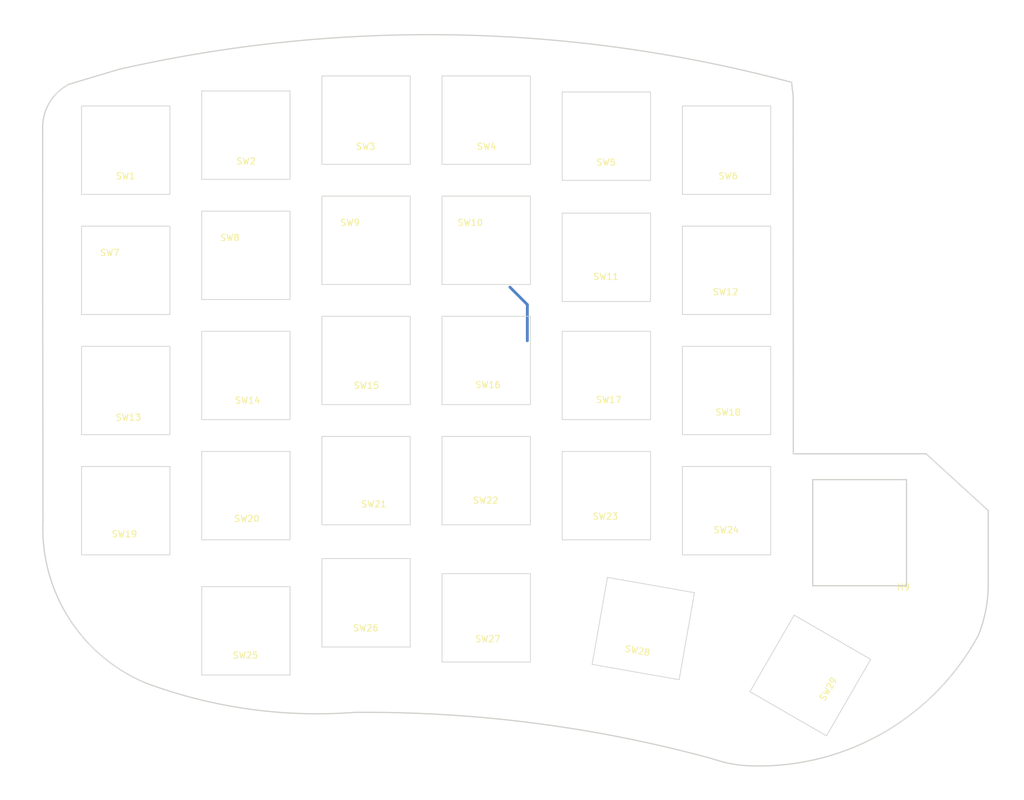
<source format=kicad_pcb>
(kicad_pcb (version 20210228) (generator pcbnew)
  (layers (0 "F.Cu" signal) (31 "B.Cu" signal) (34 "B.Paste" user) (35 "F.Paste" user) (36 "B.SilkS" user "B.Silkscreen") (37 "F.SilkS" user "F.Silkscreen") (38 "B.Mask" user) (39 "F.Mask" user) (44 "Edge.Cuts" user))
  (net 0 "")
  (net 1 "GND")
  (net 2 "col3")
  (footprint "MountingHole:MountingHole_3.2mm_M3" (layer "F.Cu") (at 93.878 82.6008)
    (fp_text reference "H2" hide)
    (fp_text value "MountingHole")
    (pad "1" np_thru_hole circle (at 0 0) (size 3.2 3.2) (drill 3.2) (layers *.Cu *.Mask))
  )
  (footprint "MountingHole:MountingHole_3.2mm_M3" (layer "F.Cu") (at 188.239 132.309)
    (fp_text reference "H9" (at 0 -4.2) (layer "F.SilkS"))
    (fp_text value "MountingHole")
    (pad "1" np_thru_hole circle (at 0 0) (size 3.2 3.2) (drill 3.2) (layers *.Cu *.Mask))
  )
  (footprint "MountingHole:MountingHole_3.2mm_M3" (layer "F.Cu") (at 65.761 137.313)
    (fp_text reference "H10" hide)
    (fp_text value "MountingHole")
    (pad "1" np_thru_hole circle (at 0 0) (size 3.2 3.2) (drill 3.2) (layers *.Cu *.Mask))
  )
  (footprint "MountingHole:MountingHole_3.2mm_M3" (layer "F.Cu") (at 131.064 83.4644)
    (fp_text reference "H6" hide)
    (fp_text value "MountingHole")
    (pad "1" np_thru_hole circle (at 0 0) (size 3.2 3.2) (drill 3.2) (layers *.Cu *.Mask))
  )
  (footprint "foostan:SW_Hole" (layer "F.Cu") (at 65.009 77.9126)
    (fp_text reference "SW7" (at -2.54 -2.794) (layer "F.SilkS"))
    (fp_text value "TAB")
    (fp_line (start -7 7) (end 7 7) (layer "Edge.Cuts") (width 0.12))
    (fp_line (start -7 -7) (end -7 7) (layer "Edge.Cuts") (width 0.12))
    (fp_line (start 7 -7) (end -7 -7) (layer "Edge.Cuts") (width 0.12))
    (fp_line (start 7 7) (end 7 -7) (layer "Edge.Cuts") (width 0.12))
  )
  (footprint "foostan:SW_Hole" (layer "F.Cu") (at 84.049 56.4926)
    (fp_text reference "SW2" (at 0.025 4.1372) (layer "F.SilkS"))
    (fp_text value "1")
    (fp_line (start -7 7) (end 7 7) (layer "Edge.Cuts") (width 0.12))
    (fp_line (start 7 -7) (end -7 -7) (layer "Edge.Cuts") (width 0.12))
    (fp_line (start 7 7) (end 7 -7) (layer "Edge.Cuts") (width 0.12))
    (fp_line (start -7 -7) (end -7 7) (layer "Edge.Cuts") (width 0.12))
  )
  (footprint "foostan:SW_Hole" (layer "F.Cu") (at 141.169 113.613)
    (fp_text reference "SW23" (at -0.1736 3.3032) (layer "F.SilkS"))
    (fp_text value "C")
    (fp_line (start -7 -7) (end -7 7) (layer "Edge.Cuts") (width 0.12))
    (fp_line (start 7 -7) (end -7 -7) (layer "Edge.Cuts") (width 0.12))
    (fp_line (start 7 7) (end 7 -7) (layer "Edge.Cuts") (width 0.12))
    (fp_line (start -7 7) (end 7 7) (layer "Edge.Cuts") (width 0.12))
  )
  (footprint "foostan:SW_Hole" (layer "F.Cu") (at 160.209 115.993)
    (fp_text reference "SW24" (at -0.0366 3.0568) (layer "F.SilkS"))
    (fp_text value "V")
    (fp_line (start -7 7) (end 7 7) (layer "Edge.Cuts") (width 0.12))
    (fp_line (start 7 -7) (end -7 -7) (layer "Edge.Cuts") (width 0.12))
    (fp_line (start -7 -7) (end -7 7) (layer "Edge.Cuts") (width 0.12))
    (fp_line (start 7 7) (end 7 -7) (layer "Edge.Cuts") (width 0.12))
  )
  (footprint "foostan:SW_Hole" (layer "F.Cu") (at 122.129 111.233)
    (fp_text reference "SW22" (at -0.082 3.1432) (layer "F.SilkS"))
    (fp_text value "X")
    (fp_line (start 7 -7) (end -7 -7) (layer "Edge.Cuts") (width 0.12))
    (fp_line (start -7 -7) (end -7 7) (layer "Edge.Cuts") (width 0.12))
    (fp_line (start -7 7) (end 7 7) (layer "Edge.Cuts") (width 0.12))
    (fp_line (start 7 7) (end 7 -7) (layer "Edge.Cuts") (width 0.12))
  )
  (footprint "foostan:SW_Hole" (layer "F.Cu") (at 160.209 58.8726)
    (fp_text reference "SW6" (at 0.2682 4.094) (layer "F.SilkS"))
    (fp_text value "5")
    (fp_line (start -7 7) (end 7 7) (layer "Edge.Cuts") (width 0.12))
    (fp_line (start 7 -7) (end -7 -7) (layer "Edge.Cuts") (width 0.12))
    (fp_line (start 7 7) (end 7 -7) (layer "Edge.Cuts") (width 0.12))
    (fp_line (start -7 -7) (end -7 7) (layer "Edge.Cuts") (width 0.12))
  )
  (footprint "foostan:SW_Hole" (layer "F.Cu") (at 84.049 135.033)
    (fp_text reference "SW25" (at -0.0766 3.8796) (layer "F.SilkS"))
    (fp_text value "CTRL")
    (fp_line (start -7 7) (end 7 7) (layer "Edge.Cuts") (width 0.12))
    (fp_line (start 7 -7) (end -7 -7) (layer "Edge.Cuts") (width 0.12))
    (fp_line (start 7 7) (end 7 -7) (layer "Edge.Cuts") (width 0.12))
    (fp_line (start -7 -7) (end -7 7) (layer "Edge.Cuts") (width 0.12))
  )
  (footprint "foostan:SW_Hole" (layer "F.Cu") (at 141.169 56.6526)
    (fp_text reference "SW5" (at -0.0466 4.155) (layer "F.SilkS"))
    (fp_text value "4")
    (fp_line (start 7 -7) (end -7 -7) (layer "Edge.Cuts") (width 0.12))
    (fp_line (start 7 7) (end 7 -7) (layer "Edge.Cuts") (width 0.12))
    (fp_line (start -7 -7) (end -7 7) (layer "Edge.Cuts") (width 0.12))
    (fp_line (start -7 7) (end 7 7) (layer "Edge.Cuts") (width 0.12))
  )
  (footprint "foostan:SW_Hole" (layer "F.Cu") (at 103.089 111.233)
    (fp_text reference "SW21" (at 1.2288 3.7274) (layer "F.SilkS"))
    (fp_text value "Z")
    (fp_line (start 7 -7) (end -7 -7) (layer "Edge.Cuts") (width 0.12))
    (fp_line (start 7 7) (end 7 -7) (layer "Edge.Cuts") (width 0.12))
    (fp_line (start -7 -7) (end -7 7) (layer "Edge.Cuts") (width 0.12))
    (fp_line (start -7 7) (end 7 7) (layer "Edge.Cuts") (width 0.12))
  )
  (footprint "foostan:SW_Hole" (layer "F.Cu") (at 160.209 77.9126)
    (fp_text reference "SW12" (at -0.1636 3.4182) (layer "F.SilkS"))
    (fp_text value "T")
    (fp_line (start -7 -7) (end -7 7) (layer "Edge.Cuts") (width 0.12))
    (fp_line (start 7 7) (end 7 -7) (layer "Edge.Cuts") (width 0.12))
    (fp_line (start 7 -7) (end -7 -7) (layer "Edge.Cuts") (width 0.12))
    (fp_line (start -7 7) (end 7 7) (layer "Edge.Cuts") (width 0.12))
  )
  (footprint "foostan:SW_Hole" (layer "F.Cu") (at 122.129 132.973)
    (fp_text reference "SW27" (at 0.2482 3.3488) (layer "F.SilkS"))
    (fp_text value "ALT")
    (fp_line (start -7 -7) (end -7 7) (layer "Edge.Cuts") (width 0.12))
    (fp_line (start 7 -7) (end -7 -7) (layer "Edge.Cuts") (width 0.12))
    (fp_line (start -7 7) (end 7 7) (layer "Edge.Cuts") (width 0.12))
    (fp_line (start 7 7) (end 7 -7) (layer "Edge.Cuts") (width 0.12))
  )
  (footprint "foostan:SW_Hole" (layer "F.Cu") (at 173.482 142.113 60)
    (fp_text reference "SW29" (at -0.447349 3.543169 60) (layer "F.SilkS"))
    (fp_text value "C")
    (fp_line (start 7 7) (end 7 -7) (layer "Edge.Cuts") (width 0.12))
    (fp_line (start -7 7) (end 7 7) (layer "Edge.Cuts") (width 0.12))
    (fp_line (start -7 -7) (end -7 7) (layer "Edge.Cuts") (width 0.12))
    (fp_line (start 7 -7) (end -7 -7) (layer "Edge.Cuts") (width 0.12))
  )
  (footprint "foostan:SW_Hole" (layer "F.Cu") (at 147.015 134.671 -10)
    (fp_text reference "SW28" (at -0.291674 3.6105 170) (layer "F.SilkS"))
    (fp_text value "X")
    (fp_line (start -7 7) (end 7 7) (layer "Edge.Cuts") (width 0.12))
    (fp_line (start -7 -7) (end -7 7) (layer "Edge.Cuts") (width 0.12))
    (fp_line (start 7 -7) (end -7 -7) (layer "Edge.Cuts") (width 0.12))
    (fp_line (start 7 7) (end 7 -7) (layer "Edge.Cuts") (width 0.12))
  )
  (footprint "foostan:SW_Hole" (layer "F.Cu") (at 65.009 96.9526)
    (fp_text reference "SW13" (at 0.4214 4.2664) (layer "F.SilkS"))
    (fp_text value "CAPS")
    (fp_line (start -7 7) (end 7 7) (layer "Edge.Cuts") (width 0.12))
    (fp_line (start -7 -7) (end -7 7) (layer "Edge.Cuts") (width 0.12))
    (fp_line (start 7 -7) (end -7 -7) (layer "Edge.Cuts") (width 0.12))
    (fp_line (start 7 7) (end 7 -7) (layer "Edge.Cuts") (width 0.12))
  )
  (footprint "foostan:SW_Hole" (layer "F.Cu") (at 141.169 94.5726)
    (fp_text reference "SW17" (at 0.3598 3.8524) (layer "F.SilkS"))
    (fp_text value "F")
    (fp_line (start -7 7) (end 7 7) (layer "Edge.Cuts") (width 0.12))
    (fp_line (start -7 -7) (end -7 7) (layer "Edge.Cuts") (width 0.12))
    (fp_line (start 7 -7) (end -7 -7) (layer "Edge.Cuts") (width 0.12))
    (fp_line (start 7 7) (end 7 -7) (layer "Edge.Cuts") (width 0.12))
  )
  (footprint "foostan:SW_Hole" (layer "F.Cu") (at 122.129 73.1526)
    (fp_text reference "SW10" (at -2.54 -2.794) (layer "F.SilkS"))
    (fp_text value "E")
    (fp_line (start -7 7) (end 7 7) (layer "Edge.Cuts") (width 0.12))
    (fp_line (start 7 -7) (end -7 -7) (layer "Edge.Cuts") (width 0.12))
    (fp_line (start -7 -7) (end -7 7) (layer "Edge.Cuts") (width 0.12))
    (fp_line (start 7 7) (end 7 -7) (layer "Edge.Cuts") (width 0.12))
  )
  (footprint "foostan:SW_Hole" (layer "F.Cu") (at 84.049 113.613)
    (fp_text reference "SW20" (at 0.152 3.6588) (layer "F.SilkS"))
    (fp_text value "<")
    (fp_line (start -7 7) (end 7 7) (layer "Edge.Cuts") (width 0.12))
    (fp_line (start -7 -7) (end -7 7) (layer "Edge.Cuts") (width 0.12))
    (fp_line (start 7 7) (end 7 -7) (layer "Edge.Cuts") (width 0.12))
    (fp_line (start 7 -7) (end -7 -7) (layer "Edge.Cuts") (width 0.12))
  )
  (footprint "foostan:SW_Hole" (layer "F.Cu") (at 122.129 92.1926)
    (fp_text reference "SW16" (at 0.2736 3.8702) (layer "F.SilkS"))
    (fp_text value "D")
    (fp_line (start -7 7) (end 7 7) (layer "Edge.Cuts") (width 0.12))
    (fp_line (start -7 -7) (end -7 7) (layer "Edge.Cuts") (width 0.12))
    (fp_line (start 7 -7) (end -7 -7) (layer "Edge.Cuts") (width 0.12))
    (fp_line (start 7 7) (end 7 -7) (layer "Edge.Cuts") (width 0.12))
  )
  (footprint "foostan:SW_Hole" (layer "F.Cu") (at 141.169 75.8526)
    (fp_text reference "SW11" (at -0.072 3.0652) (layer "F.SilkS"))
    (fp_text value "R")
    (fp_line (start -7 -7) (end -7 7) (layer "Edge.Cuts") (width 0.12))
    (fp_line (start 7 -7) (end -7 -7) (layer "Edge.Cuts") (width 0.12))
    (fp_line (start -7 7) (end 7 7) (layer "Edge.Cuts") (width 0.12))
    (fp_line (start 7 7) (end 7 -7) (layer "Edge.Cuts") (width 0.12))
  )
  (footprint "foostan:SW_Hole" (layer "F.Cu") (at 103.089 73.1526)
    (fp_text reference "SW9" (at -2.54 -2.794) (layer "F.SilkS"))
    (fp_text value "W")
    (fp_line (start 7 -7) (end -7 -7) (layer "Edge.Cuts") (width 0.12))
    (fp_line (start 7 7) (end 7 -7) (layer "Edge.Cuts") (width 0.12))
    (fp_line (start -7 -7) (end -7 7) (layer "Edge.Cuts") (width 0.12))
    (fp_line (start -7 7) (end 7 7) (layer "Edge.Cuts") (width 0.12))
  )
  (footprint "foostan:SW_Hole" (layer "F.Cu") (at 103.089 54.1126)
    (fp_text reference "SW3" (at -0.0666 4.1804) (layer "F.SilkS"))
    (fp_text value "2")
    (fp_line (start 7 -7) (end -7 -7) (layer "Edge.Cuts") (width 0.12))
    (fp_line (start -7 7) (end 7 7) (layer "Edge.Cuts") (width 0.12))
    (fp_line (start 7 7) (end 7 -7) (layer "Edge.Cuts") (width 0.12))
    (fp_line (start -7 -7) (end -7 7) (layer "Edge.Cuts") (width 0.12))
  )
  (footprint "foostan:SW_Hole" (layer "F.Cu") (at 160.209 96.9526)
    (fp_text reference "SW18" (at 0.2428 3.4536) (layer "F.SilkS"))
    (fp_text value "G")
    (fp_line (start 7 -7) (end -7 -7) (layer "Edge.Cuts") (width 0.12))
    (fp_line (start -7 -7) (end -7 7) (layer "Edge.Cuts") (width 0.12))
    (fp_line (start -7 7) (end 7 7) (layer "Edge.Cuts") (width 0.12))
    (fp_line (start 7 7) (end 7 -7) (layer "Edge.Cuts") (width 0.12))
  )
  (footprint "foostan:SW_Hole" (layer "F.Cu") (at 65.009 58.8726)
    (fp_text reference "SW1" (at -0.0358 4.094) (layer "F.SilkS"))
    (fp_text value "ESC")
    (fp_line (start -7 7) (end 7 7) (layer "Edge.Cuts") (width 0.12))
    (fp_line (start -7 -7) (end -7 7) (layer "Edge.Cuts") (width 0.12))
    (fp_line (start 7 -7) (end -7 -7) (layer "Edge.Cuts") (width 0.12))
    (fp_line (start 7 7) (end 7 -7) (layer "Edge.Cuts") (width 0.12))
  )
  (footprint "foostan:SW_Hole" (layer "F.Cu") (at 122.129 54.1126)
    (fp_text reference "SW4" (at 0.0704 4.1804) (layer "F.SilkS"))
    (fp_text value "3")
    (fp_line (start 7 7) (end 7 -7) (layer "Edge.Cuts") (width 0.12))
    (fp_line (start -7 -7) (end -7 7) (layer "Edge.Cuts") (width 0.12))
    (fp_line (start 7 -7) (end -7 -7) (layer "Edge.Cuts") (width 0.12))
    (fp_line (start -7 7) (end 7 7) (layer "Edge.Cuts") (width 0.12))
  )
  (footprint "foostan:SW_Hole" (layer "F.Cu") (at 84.049 94.5726)
    (fp_text reference "SW14" (at 0.279 3.954) (layer "F.SilkS"))
    (fp_text value "A")
    (fp_line (start -7 -7) (end -7 7) (layer "Edge.Cuts") (width 0.12))
    (fp_line (start 7 -7) (end -7 -7) (layer "Edge.Cuts") (width 0.12))
    (fp_line (start 7 7) (end 7 -7) (layer "Edge.Cuts") (width 0.12))
    (fp_line (start -7 7) (end 7 7) (layer "Edge.Cuts") (width 0.12))
  )
  (footprint "foostan:SW_Hole" (layer "F.Cu") (at 103.089 92.1926)
    (fp_text reference "SW15" (at 0.0604 3.9718) (layer "F.SilkS"))
    (fp_text value "S")
    (fp_line (start 7 7) (end 7 -7) (layer "Edge.Cuts") (width 0.12))
    (fp_line (start 7 -7) (end -7 -7) (layer "Edge.Cuts") (width 0.12))
    (fp_line (start -7 7) (end 7 7) (layer "Edge.Cuts") (width 0.12))
    (fp_line (start -7 -7) (end -7 7) (layer "Edge.Cuts") (width 0.12))
  )
  (footprint "foostan:SW_Hole" (layer "F.Cu") (at 103.089 130.593)
    (fp_text reference "SW26" (at -0.0412 4.0016) (layer "F.SilkS"))
    (fp_text value "SUPER")
    (fp_line (start 7 7) (end 7 -7) (layer "Edge.Cuts") (width 0.12))
    (fp_line (start 7 -7) (end -7 -7) (layer "Edge.Cuts") (width 0.12))
    (fp_line (start -7 -7) (end -7 7) (layer "Edge.Cuts") (width 0.12))
    (fp_line (start -7 7) (end 7 7) (layer "Edge.Cuts") (width 0.12))
  )
  (footprint "foostan:SW_Hole" (layer "F.Cu") (at 84.049 75.5326)
    (fp_text reference "SW8" (at -2.54 -2.794) (layer "F.SilkS"))
    (fp_text value "Q")
    (fp_line (start 7 -7) (end -7 -7) (layer "Edge.Cuts") (width 0.12))
    (fp_line (start -7 7) (end 7 7) (layer "Edge.Cuts") (width 0.12))
    (fp_line (start -7 -7) (end -7 7) (layer "Edge.Cuts") (width 0.12))
    (fp_line (start 7 7) (end 7 -7) (layer "Edge.Cuts") (width 0.12))
  )
  (footprint "foostan:SW_Hole" (layer "F.Cu") (at 65.009 115.993)
    (fp_text reference "SW19" (at -0.2136 3.7172) (layer "F.SilkS"))
    (fp_text value "SHIFT")
    (fp_line (start 7 -7) (end -7 -7) (layer "Edge.Cuts") (width 0.12))
    (fp_line (start 7 7) (end 7 -7) (layer "Edge.Cuts") (width 0.12))
    (fp_line (start -7 7) (end 7 7) (layer "Edge.Cuts") (width 0.12))
    (fp_line (start -7 -7) (end -7 7) (layer "Edge.Cuts") (width 0.12))
  )
  (footprint "MountingHole:MountingHole_3.2mm_M3" (layer "F.Cu") (at 172.491 109.652)
    (fp_text reference "H3" hide)
    (fp_text value "MountingHole")
    (pad "1" np_thru_hole circle (at 0 0) (size 3.2 3.2) (drill 3.2) (layers *.Cu *.Mask))
  )
  (gr_line (start 157.324591 155.128964) (end 159.565748 155.792258) (layer "Edge.Cuts") (width 0.2))
  (gr_line (start 173.863 127.889) (end 173.863 111.0742) (layer "Edge.Cuts") (width 0.2))
  (gr_line (start 188.722 127.889) (end 173.863 127.889) (layer "Edge.Cuts") (width 0.2))
  (gr_line (start 170.7642 50.3174) (end 170.509523 48.121159) (layer "Edge.Cuts") (width 0.2))
  (gr_arc (start 103.084712 356.356971) (end 101.2698 147.955) (angle 15.58420072) (layer "Edge.Cuts") (width 0.2))
  (gr_arc (start 78.444569 118.788977) (end 68.227825 143.322947) (angle 70.00586579) (layer "Edge.Cuts") (width 0.2))
  (gr_line (start 51.8409 74.679805) (end 51.8414 64.77) (layer "Edge.Cuts") (width 0.2))
  (gr_line (start 191.7954 106.9594) (end 201.676 115.9764) (layer "Edge.Cuts") (width 0.2))
  (gr_arc (start 164.619832 136.350055) (end 163.258027 156.392223) (angle 10.68466054) (layer "Edge.Cuts") (width 0.2))
  (gr_line (start 63.930991 46.063662) (end 56.080891 48.407781) (layer "Edge.Cuts") (width 0.2))
  (gr_arc (start 113.055066 262.849713) (end 63.930991 46.063662) (angle 27.74731122) (layer "Edge.Cuts") (width 0.2))
  (gr_arc (start 95.344687 70.055079) (end 101.2698 147.955) (angle 24.65938011) (layer "Edge.Cuts") (width 0.2))
  (gr_line (start 188.722 111.0742) (end 188.722 127.889) (layer "Edge.Cuts") (width 0.2))
  (gr_line (start 51.8414 64.77) (end 51.84145 57.34863) (layer "Edge.Cuts") (width 0.2))
  (gr_line (start 51.8409 74.679805) (end 51.89597 117.576772) (layer "Edge.Cuts") (width 0.2))
  (gr_line (start 170.7642 50.3174) (end 170.7896 106.9848) (layer "Edge.Cuts") (width 0.2))
  (gr_arc (start 59.508837 55.264863) (end 51.843849 55.400295) (angle 64.45117438) (layer "Edge.Cuts") (width 0.2))
  (gr_arc (start 180.138684 127.676475) (end 201.672506 127.760993) (angle 21.96588417) (layer "Edge.Cuts") (width 0.2))
  (gr_line (start 201.672506 127.760993) (end 201.676 115.9764) (layer "Edge.Cuts") (width 0.2))
  (gr_arc (start 165.343732 116.899092) (end 200.077681 135.80968) (angle 64.45739999) (layer "Edge.Cuts") (width 0.2))
  (gr_line (start 51.843849 55.400295) (end 51.84145 57.34863) (layer "Edge.Cuts") (width 0.2))
  (gr_line (start 173.863 111.0742) (end 188.722 111.0742) (layer "Edge.Cuts") (width 0.2))
  (gr_line (start 170.7896 106.9848) (end 191.8208 106.9848) (layer "Edge.Cuts") (width 0.2))
  (segment (start 128.641 83.3432) (end 125.882 80.5846) (width 0.45) (layer "B.Cu") (net 2))
  (segment (start 128.641 89.0777) (end 128.641 83.3432) (width 0.45) (layer "B.Cu") (net 2))
)
</source>
